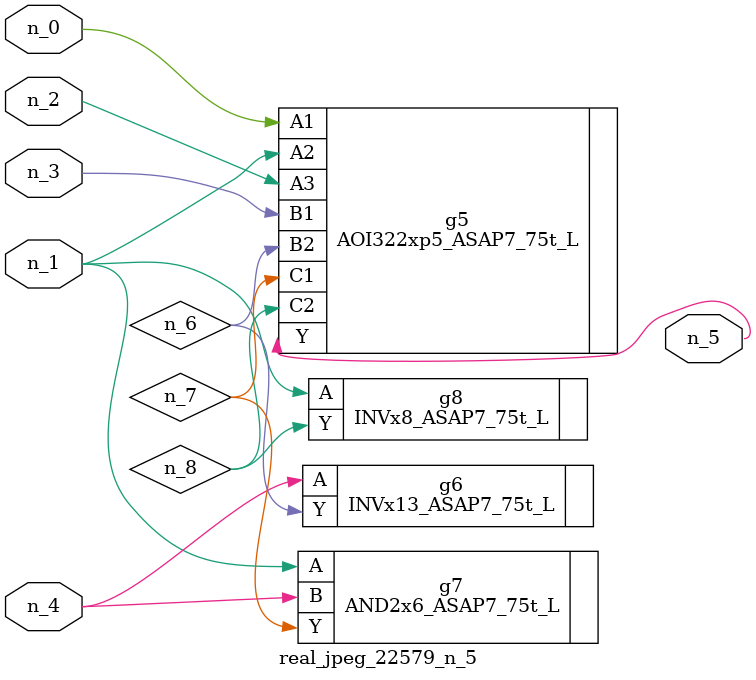
<source format=v>
module real_jpeg_22579_n_5 (n_4, n_0, n_1, n_2, n_3, n_5);

input n_4;
input n_0;
input n_1;
input n_2;
input n_3;

output n_5;

wire n_8;
wire n_6;
wire n_7;

AOI322xp5_ASAP7_75t_L g5 ( 
.A1(n_0),
.A2(n_1),
.A3(n_2),
.B1(n_3),
.B2(n_6),
.C1(n_7),
.C2(n_8),
.Y(n_5)
);

AND2x6_ASAP7_75t_L g7 ( 
.A(n_1),
.B(n_4),
.Y(n_7)
);

INVx8_ASAP7_75t_L g8 ( 
.A(n_1),
.Y(n_8)
);

INVx13_ASAP7_75t_L g6 ( 
.A(n_4),
.Y(n_6)
);


endmodule
</source>
